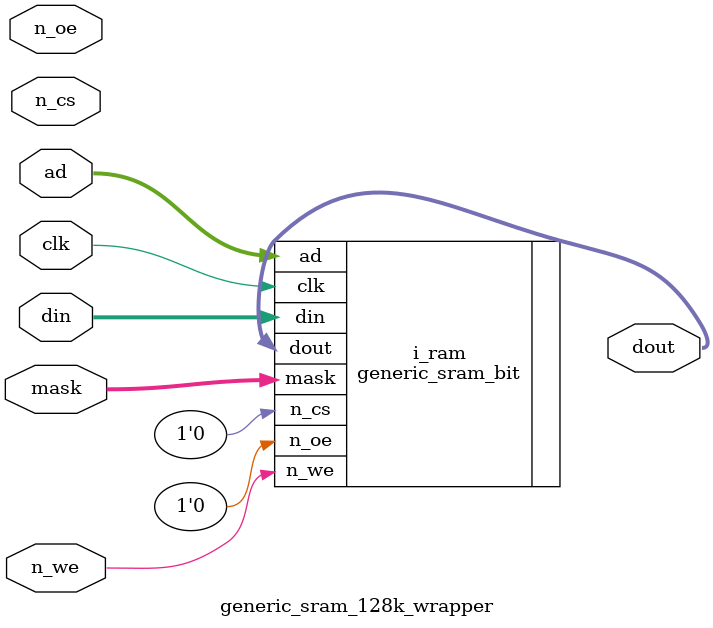
<source format=v>

module generic_sram_128k_wrapper (
   clk,
   n_cs,
   n_we,
   n_oe,
   mask,
   ad,
   din,
   dout );


  input  clk;          // posedge clock
  input  n_cs;         // RAM select
  input  n_we;         // read=1/write=0
  input  n_oe;         // output enable
  input  [32-1:0] mask; // if 1 bit not written
  input  [15-1:0] ad;  // address
  input  [32-1:0] din; // data in
  output [32-1:0] dout;// data out

  
  // output signals
  wire    [32-1:0] dout;


generic_sram_bit #(32, 32768, 15) i_ram
  (.clk  (clk),
   .n_cs (1'b0),
   .n_we (n_we),
   .n_oe (1'b0),
   .mask (mask ),
   .ad   (ad),
   .din  (din),
   .dout (dout)
   );

endmodule
  

</source>
